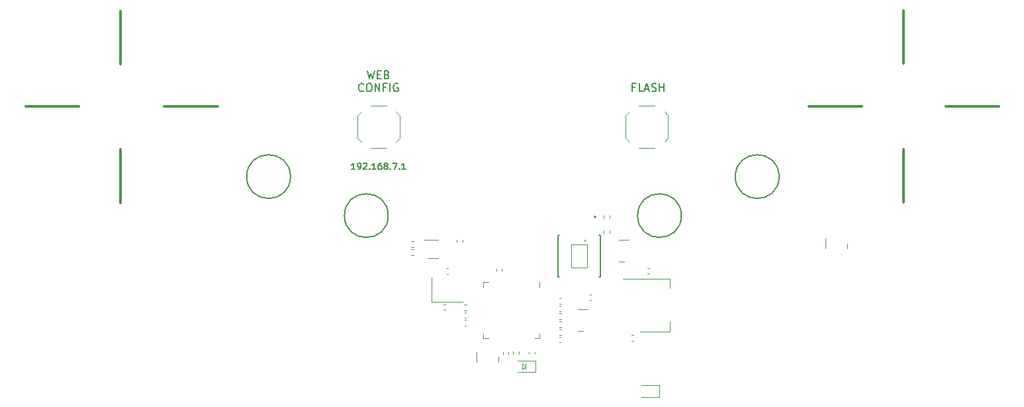
<source format=gto>
G04 #@! TF.GenerationSoftware,KiCad,Pcbnew,7.0.9*
G04 #@! TF.CreationDate,2023-12-20T17:33:17-07:00*
G04 #@! TF.ProjectId,vb_controller_pcb,76625f63-6f6e-4747-926f-6c6c65725f70,4a*
G04 #@! TF.SameCoordinates,Original*
G04 #@! TF.FileFunction,Legend,Top*
G04 #@! TF.FilePolarity,Positive*
%FSLAX46Y46*%
G04 Gerber Fmt 4.6, Leading zero omitted, Abs format (unit mm)*
G04 Created by KiCad (PCBNEW 7.0.9) date 2023-12-20 17:33:17*
%MOMM*%
%LPD*%
G01*
G04 APERTURE LIST*
%ADD10C,0.150000*%
%ADD11C,0.120000*%
%ADD12C,0.300000*%
%ADD13C,0.127000*%
%ADD14C,0.200000*%
G04 APERTURE END LIST*
D10*
X146169048Y-110469819D02*
X146407143Y-111469819D01*
X146407143Y-111469819D02*
X146597619Y-110755533D01*
X146597619Y-110755533D02*
X146788095Y-111469819D01*
X146788095Y-111469819D02*
X147026191Y-110469819D01*
X147407143Y-110946009D02*
X147740476Y-110946009D01*
X147883333Y-111469819D02*
X147407143Y-111469819D01*
X147407143Y-111469819D02*
X147407143Y-110469819D01*
X147407143Y-110469819D02*
X147883333Y-110469819D01*
X148645238Y-110946009D02*
X148788095Y-110993628D01*
X148788095Y-110993628D02*
X148835714Y-111041247D01*
X148835714Y-111041247D02*
X148883333Y-111136485D01*
X148883333Y-111136485D02*
X148883333Y-111279342D01*
X148883333Y-111279342D02*
X148835714Y-111374580D01*
X148835714Y-111374580D02*
X148788095Y-111422200D01*
X148788095Y-111422200D02*
X148692857Y-111469819D01*
X148692857Y-111469819D02*
X148311905Y-111469819D01*
X148311905Y-111469819D02*
X148311905Y-110469819D01*
X148311905Y-110469819D02*
X148645238Y-110469819D01*
X148645238Y-110469819D02*
X148740476Y-110517438D01*
X148740476Y-110517438D02*
X148788095Y-110565057D01*
X148788095Y-110565057D02*
X148835714Y-110660295D01*
X148835714Y-110660295D02*
X148835714Y-110755533D01*
X148835714Y-110755533D02*
X148788095Y-110850771D01*
X148788095Y-110850771D02*
X148740476Y-110898390D01*
X148740476Y-110898390D02*
X148645238Y-110946009D01*
X148645238Y-110946009D02*
X148311905Y-110946009D01*
X145645238Y-112984580D02*
X145597619Y-113032200D01*
X145597619Y-113032200D02*
X145454762Y-113079819D01*
X145454762Y-113079819D02*
X145359524Y-113079819D01*
X145359524Y-113079819D02*
X145216667Y-113032200D01*
X145216667Y-113032200D02*
X145121429Y-112936961D01*
X145121429Y-112936961D02*
X145073810Y-112841723D01*
X145073810Y-112841723D02*
X145026191Y-112651247D01*
X145026191Y-112651247D02*
X145026191Y-112508390D01*
X145026191Y-112508390D02*
X145073810Y-112317914D01*
X145073810Y-112317914D02*
X145121429Y-112222676D01*
X145121429Y-112222676D02*
X145216667Y-112127438D01*
X145216667Y-112127438D02*
X145359524Y-112079819D01*
X145359524Y-112079819D02*
X145454762Y-112079819D01*
X145454762Y-112079819D02*
X145597619Y-112127438D01*
X145597619Y-112127438D02*
X145645238Y-112175057D01*
X146264286Y-112079819D02*
X146454762Y-112079819D01*
X146454762Y-112079819D02*
X146550000Y-112127438D01*
X146550000Y-112127438D02*
X146645238Y-112222676D01*
X146645238Y-112222676D02*
X146692857Y-112413152D01*
X146692857Y-112413152D02*
X146692857Y-112746485D01*
X146692857Y-112746485D02*
X146645238Y-112936961D01*
X146645238Y-112936961D02*
X146550000Y-113032200D01*
X146550000Y-113032200D02*
X146454762Y-113079819D01*
X146454762Y-113079819D02*
X146264286Y-113079819D01*
X146264286Y-113079819D02*
X146169048Y-113032200D01*
X146169048Y-113032200D02*
X146073810Y-112936961D01*
X146073810Y-112936961D02*
X146026191Y-112746485D01*
X146026191Y-112746485D02*
X146026191Y-112413152D01*
X146026191Y-112413152D02*
X146073810Y-112222676D01*
X146073810Y-112222676D02*
X146169048Y-112127438D01*
X146169048Y-112127438D02*
X146264286Y-112079819D01*
X147121429Y-113079819D02*
X147121429Y-112079819D01*
X147121429Y-112079819D02*
X147692857Y-113079819D01*
X147692857Y-113079819D02*
X147692857Y-112079819D01*
X148502381Y-112556009D02*
X148169048Y-112556009D01*
X148169048Y-113079819D02*
X148169048Y-112079819D01*
X148169048Y-112079819D02*
X148645238Y-112079819D01*
X149026191Y-113079819D02*
X149026191Y-112079819D01*
X150026190Y-112127438D02*
X149930952Y-112079819D01*
X149930952Y-112079819D02*
X149788095Y-112079819D01*
X149788095Y-112079819D02*
X149645238Y-112127438D01*
X149645238Y-112127438D02*
X149550000Y-112222676D01*
X149550000Y-112222676D02*
X149502381Y-112317914D01*
X149502381Y-112317914D02*
X149454762Y-112508390D01*
X149454762Y-112508390D02*
X149454762Y-112651247D01*
X149454762Y-112651247D02*
X149502381Y-112841723D01*
X149502381Y-112841723D02*
X149550000Y-112936961D01*
X149550000Y-112936961D02*
X149645238Y-113032200D01*
X149645238Y-113032200D02*
X149788095Y-113079819D01*
X149788095Y-113079819D02*
X149883333Y-113079819D01*
X149883333Y-113079819D02*
X150026190Y-113032200D01*
X150026190Y-113032200D02*
X150073809Y-112984580D01*
X150073809Y-112984580D02*
X150073809Y-112651247D01*
X150073809Y-112651247D02*
X149883333Y-112651247D01*
X144550475Y-123074295D02*
X144093332Y-123074295D01*
X144321904Y-123074295D02*
X144321904Y-122274295D01*
X144321904Y-122274295D02*
X144245713Y-122388580D01*
X144245713Y-122388580D02*
X144169523Y-122464771D01*
X144169523Y-122464771D02*
X144093332Y-122502866D01*
X144931428Y-123074295D02*
X145083809Y-123074295D01*
X145083809Y-123074295D02*
X145159999Y-123036200D01*
X145159999Y-123036200D02*
X145198095Y-122998104D01*
X145198095Y-122998104D02*
X145274285Y-122883819D01*
X145274285Y-122883819D02*
X145312380Y-122731438D01*
X145312380Y-122731438D02*
X145312380Y-122426676D01*
X145312380Y-122426676D02*
X145274285Y-122350485D01*
X145274285Y-122350485D02*
X145236190Y-122312390D01*
X145236190Y-122312390D02*
X145159999Y-122274295D01*
X145159999Y-122274295D02*
X145007618Y-122274295D01*
X145007618Y-122274295D02*
X144931428Y-122312390D01*
X144931428Y-122312390D02*
X144893333Y-122350485D01*
X144893333Y-122350485D02*
X144855237Y-122426676D01*
X144855237Y-122426676D02*
X144855237Y-122617152D01*
X144855237Y-122617152D02*
X144893333Y-122693342D01*
X144893333Y-122693342D02*
X144931428Y-122731438D01*
X144931428Y-122731438D02*
X145007618Y-122769533D01*
X145007618Y-122769533D02*
X145159999Y-122769533D01*
X145159999Y-122769533D02*
X145236190Y-122731438D01*
X145236190Y-122731438D02*
X145274285Y-122693342D01*
X145274285Y-122693342D02*
X145312380Y-122617152D01*
X145617142Y-122350485D02*
X145655238Y-122312390D01*
X145655238Y-122312390D02*
X145731428Y-122274295D01*
X145731428Y-122274295D02*
X145921904Y-122274295D01*
X145921904Y-122274295D02*
X145998095Y-122312390D01*
X145998095Y-122312390D02*
X146036190Y-122350485D01*
X146036190Y-122350485D02*
X146074285Y-122426676D01*
X146074285Y-122426676D02*
X146074285Y-122502866D01*
X146074285Y-122502866D02*
X146036190Y-122617152D01*
X146036190Y-122617152D02*
X145579047Y-123074295D01*
X145579047Y-123074295D02*
X146074285Y-123074295D01*
X146417143Y-122998104D02*
X146455238Y-123036200D01*
X146455238Y-123036200D02*
X146417143Y-123074295D01*
X146417143Y-123074295D02*
X146379047Y-123036200D01*
X146379047Y-123036200D02*
X146417143Y-122998104D01*
X146417143Y-122998104D02*
X146417143Y-123074295D01*
X147217142Y-123074295D02*
X146759999Y-123074295D01*
X146988571Y-123074295D02*
X146988571Y-122274295D01*
X146988571Y-122274295D02*
X146912380Y-122388580D01*
X146912380Y-122388580D02*
X146836190Y-122464771D01*
X146836190Y-122464771D02*
X146759999Y-122502866D01*
X147902857Y-122274295D02*
X147750476Y-122274295D01*
X147750476Y-122274295D02*
X147674285Y-122312390D01*
X147674285Y-122312390D02*
X147636190Y-122350485D01*
X147636190Y-122350485D02*
X147560000Y-122464771D01*
X147560000Y-122464771D02*
X147521904Y-122617152D01*
X147521904Y-122617152D02*
X147521904Y-122921914D01*
X147521904Y-122921914D02*
X147560000Y-122998104D01*
X147560000Y-122998104D02*
X147598095Y-123036200D01*
X147598095Y-123036200D02*
X147674285Y-123074295D01*
X147674285Y-123074295D02*
X147826666Y-123074295D01*
X147826666Y-123074295D02*
X147902857Y-123036200D01*
X147902857Y-123036200D02*
X147940952Y-122998104D01*
X147940952Y-122998104D02*
X147979047Y-122921914D01*
X147979047Y-122921914D02*
X147979047Y-122731438D01*
X147979047Y-122731438D02*
X147940952Y-122655247D01*
X147940952Y-122655247D02*
X147902857Y-122617152D01*
X147902857Y-122617152D02*
X147826666Y-122579057D01*
X147826666Y-122579057D02*
X147674285Y-122579057D01*
X147674285Y-122579057D02*
X147598095Y-122617152D01*
X147598095Y-122617152D02*
X147560000Y-122655247D01*
X147560000Y-122655247D02*
X147521904Y-122731438D01*
X148436190Y-122617152D02*
X148360000Y-122579057D01*
X148360000Y-122579057D02*
X148321905Y-122540961D01*
X148321905Y-122540961D02*
X148283809Y-122464771D01*
X148283809Y-122464771D02*
X148283809Y-122426676D01*
X148283809Y-122426676D02*
X148321905Y-122350485D01*
X148321905Y-122350485D02*
X148360000Y-122312390D01*
X148360000Y-122312390D02*
X148436190Y-122274295D01*
X148436190Y-122274295D02*
X148588571Y-122274295D01*
X148588571Y-122274295D02*
X148664762Y-122312390D01*
X148664762Y-122312390D02*
X148702857Y-122350485D01*
X148702857Y-122350485D02*
X148740952Y-122426676D01*
X148740952Y-122426676D02*
X148740952Y-122464771D01*
X148740952Y-122464771D02*
X148702857Y-122540961D01*
X148702857Y-122540961D02*
X148664762Y-122579057D01*
X148664762Y-122579057D02*
X148588571Y-122617152D01*
X148588571Y-122617152D02*
X148436190Y-122617152D01*
X148436190Y-122617152D02*
X148360000Y-122655247D01*
X148360000Y-122655247D02*
X148321905Y-122693342D01*
X148321905Y-122693342D02*
X148283809Y-122769533D01*
X148283809Y-122769533D02*
X148283809Y-122921914D01*
X148283809Y-122921914D02*
X148321905Y-122998104D01*
X148321905Y-122998104D02*
X148360000Y-123036200D01*
X148360000Y-123036200D02*
X148436190Y-123074295D01*
X148436190Y-123074295D02*
X148588571Y-123074295D01*
X148588571Y-123074295D02*
X148664762Y-123036200D01*
X148664762Y-123036200D02*
X148702857Y-122998104D01*
X148702857Y-122998104D02*
X148740952Y-122921914D01*
X148740952Y-122921914D02*
X148740952Y-122769533D01*
X148740952Y-122769533D02*
X148702857Y-122693342D01*
X148702857Y-122693342D02*
X148664762Y-122655247D01*
X148664762Y-122655247D02*
X148588571Y-122617152D01*
X149083810Y-122998104D02*
X149121905Y-123036200D01*
X149121905Y-123036200D02*
X149083810Y-123074295D01*
X149083810Y-123074295D02*
X149045714Y-123036200D01*
X149045714Y-123036200D02*
X149083810Y-122998104D01*
X149083810Y-122998104D02*
X149083810Y-123074295D01*
X149388571Y-122274295D02*
X149921905Y-122274295D01*
X149921905Y-122274295D02*
X149579047Y-123074295D01*
X150226667Y-122998104D02*
X150264762Y-123036200D01*
X150264762Y-123036200D02*
X150226667Y-123074295D01*
X150226667Y-123074295D02*
X150188571Y-123036200D01*
X150188571Y-123036200D02*
X150226667Y-122998104D01*
X150226667Y-122998104D02*
X150226667Y-123074295D01*
X151026666Y-123074295D02*
X150569523Y-123074295D01*
X150798095Y-123074295D02*
X150798095Y-122274295D01*
X150798095Y-122274295D02*
X150721904Y-122388580D01*
X150721904Y-122388580D02*
X150645714Y-122464771D01*
X150645714Y-122464771D02*
X150569523Y-122502866D01*
X180370112Y-112546009D02*
X180036779Y-112546009D01*
X180036779Y-113069819D02*
X180036779Y-112069819D01*
X180036779Y-112069819D02*
X180512969Y-112069819D01*
X181370112Y-113069819D02*
X180893922Y-113069819D01*
X180893922Y-113069819D02*
X180893922Y-112069819D01*
X181655827Y-112784104D02*
X182132017Y-112784104D01*
X181560589Y-113069819D02*
X181893922Y-112069819D01*
X181893922Y-112069819D02*
X182227255Y-113069819D01*
X182512970Y-113022200D02*
X182655827Y-113069819D01*
X182655827Y-113069819D02*
X182893922Y-113069819D01*
X182893922Y-113069819D02*
X182989160Y-113022200D01*
X182989160Y-113022200D02*
X183036779Y-112974580D01*
X183036779Y-112974580D02*
X183084398Y-112879342D01*
X183084398Y-112879342D02*
X183084398Y-112784104D01*
X183084398Y-112784104D02*
X183036779Y-112688866D01*
X183036779Y-112688866D02*
X182989160Y-112641247D01*
X182989160Y-112641247D02*
X182893922Y-112593628D01*
X182893922Y-112593628D02*
X182703446Y-112546009D01*
X182703446Y-112546009D02*
X182608208Y-112498390D01*
X182608208Y-112498390D02*
X182560589Y-112450771D01*
X182560589Y-112450771D02*
X182512970Y-112355533D01*
X182512970Y-112355533D02*
X182512970Y-112260295D01*
X182512970Y-112260295D02*
X182560589Y-112165057D01*
X182560589Y-112165057D02*
X182608208Y-112117438D01*
X182608208Y-112117438D02*
X182703446Y-112069819D01*
X182703446Y-112069819D02*
X182941541Y-112069819D01*
X182941541Y-112069819D02*
X183084398Y-112117438D01*
X183512970Y-113069819D02*
X183512970Y-112069819D01*
X183512970Y-112546009D02*
X184084398Y-112546009D01*
X184084398Y-113069819D02*
X184084398Y-112069819D01*
D11*
X178780000Y-137065000D02*
X184790000Y-137065000D01*
X181030000Y-143885000D02*
X184790000Y-143885000D01*
X184790000Y-137065000D02*
X184790000Y-138325000D01*
X184790000Y-143885000D02*
X184790000Y-142625000D01*
X164190000Y-146497164D02*
X164190000Y-146712836D01*
X163470000Y-146497164D02*
X163470000Y-146712836D01*
X174780325Y-139840000D02*
X174564653Y-139840000D01*
X174780325Y-139120000D02*
X174564653Y-139120000D01*
X180840000Y-114940000D02*
X182920000Y-114940000D01*
X184600000Y-116210000D02*
X184110000Y-115720000D01*
X184600000Y-116210000D02*
X184600000Y-119110000D01*
X179160000Y-116210000D02*
X179650000Y-115720000D01*
X179160000Y-116210000D02*
X179160000Y-119110000D01*
X184600000Y-119110000D02*
X184110000Y-119600000D01*
X179160000Y-119110000D02*
X179650000Y-119600000D01*
X180840000Y-120380000D02*
X182920000Y-120380000D01*
X204690000Y-131935000D02*
X204690000Y-133235000D01*
X207490000Y-132585000D02*
X207490000Y-133235000D01*
D10*
X148800000Y-129000000D02*
G75*
G03*
X148800000Y-129000000I-2800000J0D01*
G01*
D12*
X114565000Y-102795000D02*
X114565000Y-109595000D01*
X102415000Y-115000000D02*
X109215000Y-115000000D01*
D10*
X136300000Y-124000000D02*
G75*
G03*
X136300000Y-124000000I-2800000J0D01*
G01*
D11*
X158813641Y-141125000D02*
X158506359Y-141125000D01*
X158813641Y-140365000D02*
X158506359Y-140365000D01*
X146535498Y-114940000D02*
X148615498Y-114940000D01*
X150295498Y-116210000D02*
X149805498Y-115720000D01*
X150295498Y-116210000D02*
X150295498Y-119110000D01*
X144855498Y-116210000D02*
X145345498Y-115720000D01*
X144855498Y-116210000D02*
X144855498Y-119110000D01*
X150295498Y-119110000D02*
X149805498Y-119600000D01*
X144855498Y-119110000D02*
X145345498Y-119600000D01*
X146535498Y-120380000D02*
X148615498Y-120380000D01*
X164790000Y-146748641D02*
X164790000Y-146441359D01*
X165550000Y-146748641D02*
X165550000Y-146441359D01*
X170953136Y-143305000D02*
X170645854Y-143305000D01*
X170953136Y-142545000D02*
X170645854Y-142545000D01*
X167540000Y-146487164D02*
X167540000Y-146702836D01*
X166820000Y-146487164D02*
X166820000Y-146702836D01*
X160080000Y-146485000D02*
X160080000Y-147785000D01*
X162880000Y-147135000D02*
X162880000Y-147785000D01*
D12*
X214750000Y-102725000D02*
X214750000Y-109525000D01*
D11*
X162610000Y-136087836D02*
X162610000Y-135872164D01*
X163330000Y-136087836D02*
X163330000Y-135872164D01*
X182197836Y-136435000D02*
X181982164Y-136435000D01*
X182197836Y-135715000D02*
X181982164Y-135715000D01*
X157600000Y-132362836D02*
X157600000Y-132147164D01*
X158320000Y-132362836D02*
X158320000Y-132147164D01*
X170682164Y-140570000D02*
X170897836Y-140570000D01*
X170682164Y-141290000D02*
X170897836Y-141290000D01*
X174354495Y-141025000D02*
X173054495Y-141025000D01*
X173704495Y-143825000D02*
X173054495Y-143825000D01*
X176400000Y-131223641D02*
X176400000Y-130916359D01*
X177160000Y-131223641D02*
X177160000Y-130916359D01*
D12*
X120165000Y-115000000D02*
X126965000Y-115000000D01*
D10*
X198800000Y-124000000D02*
G75*
G03*
X198800000Y-124000000I-2800000J0D01*
G01*
D11*
X179595000Y-132070000D02*
X178295000Y-132070000D01*
X178945000Y-134870000D02*
X178295000Y-134870000D01*
X170953136Y-142305000D02*
X170645854Y-142305000D01*
X170953136Y-141545000D02*
X170645854Y-141545000D01*
X170662164Y-144535000D02*
X170877836Y-144535000D01*
X170662164Y-145255000D02*
X170877836Y-145255000D01*
X167622500Y-149075000D02*
X167622500Y-147605000D01*
X167622500Y-147605000D02*
X165337500Y-147605000D01*
X166337500Y-148340000D02*
X165937500Y-148740000D01*
X166337500Y-147940000D02*
X166337500Y-148740000D01*
X165937500Y-148740000D02*
X165937500Y-147940000D01*
X165937500Y-147940000D02*
X166337500Y-148340000D01*
X165337500Y-149075000D02*
X167622500Y-149075000D01*
D12*
X214750000Y-120475000D02*
X214750000Y-127275000D01*
D11*
X183435000Y-152225000D02*
X183435000Y-150755000D01*
X183435000Y-150755000D02*
X181150000Y-150755000D01*
X181150000Y-152225000D02*
X183435000Y-152225000D01*
D12*
X202600000Y-115000000D02*
X209400000Y-115000000D01*
D11*
X155872164Y-140385000D02*
X156087836Y-140385000D01*
X155872164Y-141105000D02*
X156087836Y-141105000D01*
D10*
X186300000Y-129000000D02*
G75*
G03*
X186300000Y-129000000I-2800000J0D01*
G01*
D11*
X153830000Y-134440000D02*
X155230000Y-134440000D01*
X155230000Y-132120000D02*
X153330000Y-132120000D01*
X151736359Y-132260000D02*
X152043641Y-132260000D01*
X151736359Y-133020000D02*
X152043641Y-133020000D01*
D13*
X175920000Y-131490000D02*
X175740000Y-131490000D01*
X175920000Y-131490000D02*
X175920000Y-136870000D01*
X170720000Y-131490000D02*
X170540000Y-131490000D01*
X170540000Y-131490000D02*
X170540000Y-136870000D01*
X175920000Y-136870000D02*
X175740000Y-136870000D01*
X170720000Y-136870000D02*
X170540000Y-136870000D01*
D11*
X174230000Y-132680000D02*
X172230000Y-132680000D01*
X172230000Y-132680000D02*
X172230000Y-135680000D01*
X172230000Y-135680000D02*
X174230000Y-135680000D01*
X174230000Y-135680000D02*
X174230000Y-132680000D01*
D14*
X175330000Y-129180000D02*
G75*
G03*
X175330000Y-129180000I-100000J0D01*
G01*
D11*
X174091803Y-132230000D02*
G75*
G03*
X174091803Y-132230000I-111803J0D01*
G01*
D12*
X114565000Y-120545000D02*
X114565000Y-127345000D01*
D11*
X154360000Y-136900000D02*
X154360000Y-140050000D01*
X154360000Y-140050000D02*
X158360000Y-140050000D01*
X158767836Y-142115000D02*
X158552164Y-142115000D01*
X158767836Y-141395000D02*
X158552164Y-141395000D01*
X156262164Y-135765000D02*
X156477836Y-135765000D01*
X156262164Y-136485000D02*
X156477836Y-136485000D01*
D12*
X220100000Y-115000000D02*
X226900000Y-115000000D01*
D11*
X160954495Y-137520000D02*
X161604495Y-137520000D01*
X168174495Y-138170000D02*
X168174495Y-137520000D01*
X160954495Y-138170000D02*
X160954495Y-137520000D01*
X168174495Y-144090000D02*
X168174495Y-144740000D01*
X160954495Y-144090000D02*
X160954495Y-144740000D01*
X168174495Y-144740000D02*
X167524495Y-144740000D01*
X160954495Y-144740000D02*
X161604495Y-144740000D01*
X170692164Y-143555000D02*
X170907836Y-143555000D01*
X170692164Y-144275000D02*
X170907836Y-144275000D01*
X180157836Y-145050000D02*
X179942164Y-145050000D01*
X180157836Y-144330000D02*
X179942164Y-144330000D01*
X176400000Y-129283641D02*
X176400000Y-128976359D01*
X177160000Y-129283641D02*
X177160000Y-128976359D01*
X151726359Y-133255000D02*
X152033641Y-133255000D01*
X151726359Y-134015000D02*
X152033641Y-134015000D01*
X170682164Y-139590000D02*
X170897836Y-139590000D01*
X170682164Y-140310000D02*
X170897836Y-140310000D01*
X158767836Y-143105000D02*
X158552164Y-143105000D01*
X158767836Y-142385000D02*
X158552164Y-142385000D01*
M02*

</source>
